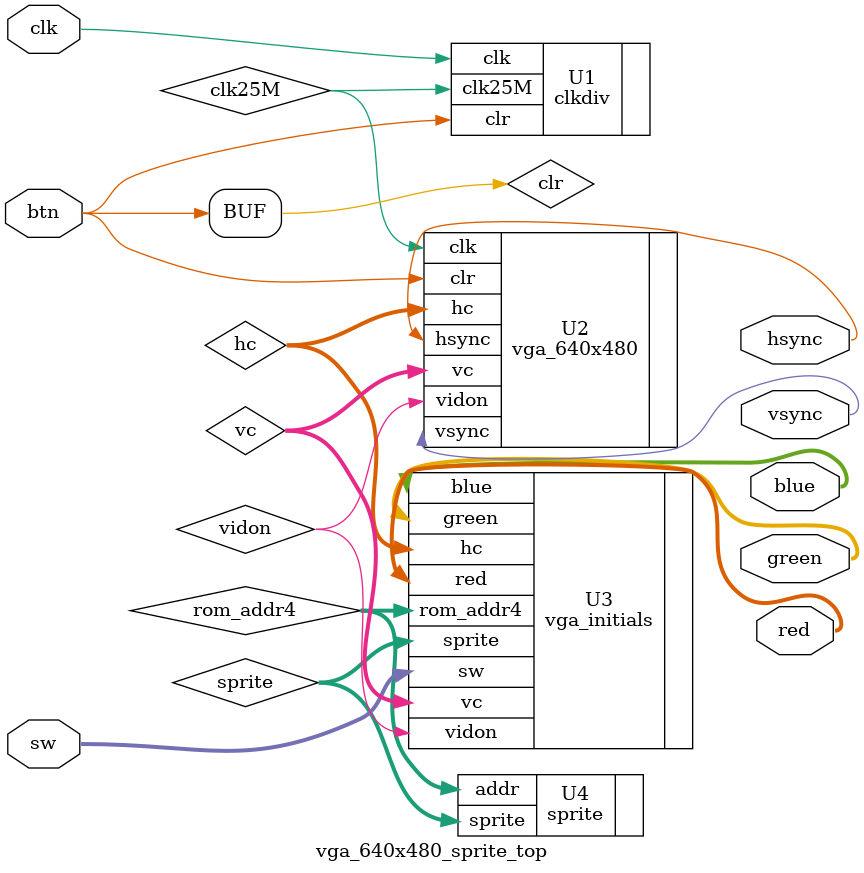
<source format=v>
`timescale 1ns / 1ps
module vga_640x480_sprite_top( hsync, vsync, red, green, blue, clk, btn, sw
    );
	 
	 input clk, btn;
	 input [7:0] sw;
	 output hsync, vsync;
	 output [2:0] red, green;
	 output [1:0] blue;
	 
	 wire clr, clk25M, vidon;
	 wire [9:0] hc, vc;
	 wire [31:0] sprite;
	 wire [3:0] rom_addr4;
	 
	 assign clr = btn;
	 
	 clkdiv U1(.clk25M(clk25M), .clk(clk), .clr(clr));
	 vga_640x480 U2(.hsync(hsync), .vsync(vsync), .hc(hc), .vc(vc), .vidon(vidon), .clk(clk25M), .clr(clr));
	 vga_initials U3(.rom_addr4(rom_addr4), .red(red), .green(green), .blue(blue), .vidon(vidon), .hc(hc), .vc(vc), .sprite(sprite), .sw(sw));
	 sprite U4(.sprite(sprite), .addr(rom_addr4));


endmodule

</source>
